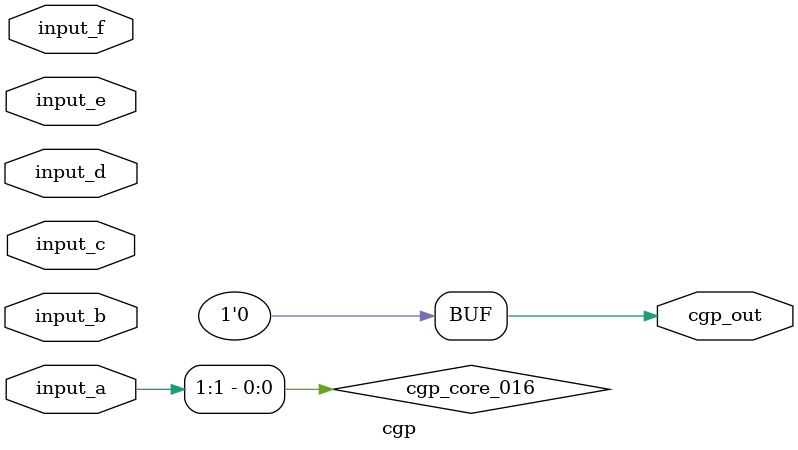
<source format=v>
module cgp(input [1:0] input_a, input [1:0] input_b, input [1:0] input_c, input [1:0] input_d, input [1:0] input_e, input [1:0] input_f, output [0:0] cgp_out);
  wire cgp_core_014;
  wire cgp_core_016;
  wire cgp_core_017_not;
  wire cgp_core_019;
  wire cgp_core_021;
  wire cgp_core_022;
  wire cgp_core_024;
  wire cgp_core_025;
  wire cgp_core_026;
  wire cgp_core_027;
  wire cgp_core_029;
  wire cgp_core_032;
  wire cgp_core_033;
  wire cgp_core_035;
  wire cgp_core_036;
  wire cgp_core_037;
  wire cgp_core_038;
  wire cgp_core_039;
  wire cgp_core_040;
  wire cgp_core_041;
  wire cgp_core_042;
  wire cgp_core_044;
  wire cgp_core_045;
  wire cgp_core_046;
  wire cgp_core_048;
  wire cgp_core_050;
  wire cgp_core_052;
  wire cgp_core_053_not;
  wire cgp_core_054;
  wire cgp_core_055;
  wire cgp_core_058;
  wire cgp_core_059;
  wire cgp_core_063_not;
  wire cgp_core_064;
  wire cgp_core_065;

  assign cgp_core_014 = ~(input_e[1] ^ input_d[0]);
  assign cgp_core_016 = input_a[1] | input_a[1];
  assign cgp_core_017_not = ~input_f[0];
  assign cgp_core_019 = input_c[1] ^ input_c[0];
  assign cgp_core_021 = input_c[0] ^ input_b[0];
  assign cgp_core_022 = ~(input_d[1] & input_e[1]);
  assign cgp_core_024 = input_e[0] & input_f[0];
  assign cgp_core_025 = input_e[0] ^ input_c[0];
  assign cgp_core_026 = ~input_e[1];
  assign cgp_core_027 = ~input_c[0];
  assign cgp_core_029 = ~(input_c[1] | input_f[1]);
  assign cgp_core_032 = ~(input_d[0] | cgp_core_029);
  assign cgp_core_033 = ~(input_e[1] ^ input_f[1]);
  assign cgp_core_035 = ~(input_b[1] | input_e[0]);
  assign cgp_core_036 = input_b[0] ^ input_a[1];
  assign cgp_core_037 = ~input_e[0];
  assign cgp_core_038 = cgp_core_025 ^ input_c[1];
  assign cgp_core_039 = input_f[0] ^ input_f[0];
  assign cgp_core_040 = input_c[0] & input_a[1];
  assign cgp_core_041 = input_d[0] | cgp_core_040;
  assign cgp_core_042 = input_d[0] | input_f[0];
  assign cgp_core_044 = input_a[1] ^ input_e[1];
  assign cgp_core_045 = input_c[0] ^ input_c[0];
  assign cgp_core_046 = input_c[1] & input_a[0];
  assign cgp_core_048 = input_c[0] ^ input_a[0];
  assign cgp_core_050 = input_d[1] ^ input_b[1];
  assign cgp_core_052 = ~(input_d[0] ^ input_a[1]);
  assign cgp_core_053_not = ~input_d[1];
  assign cgp_core_054 = ~input_a[1];
  assign cgp_core_055 = ~(input_d[1] & input_d[1]);
  assign cgp_core_058 = ~(input_c[1] & input_f[0]);
  assign cgp_core_059 = input_b[1] & input_c[0];
  assign cgp_core_063_not = ~input_d[1];
  assign cgp_core_064 = ~(input_f[0] | input_e[0]);
  assign cgp_core_065 = ~(input_b[1] & input_d[1]);

  assign cgp_out[0] = 1'b0;
endmodule
</source>
